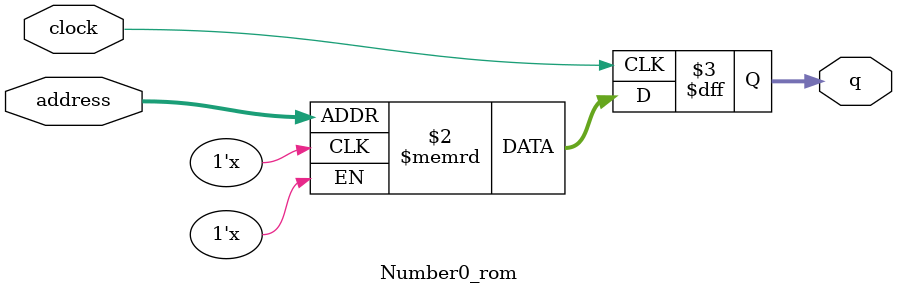
<source format=sv>
module Number0_rom (
	input logic clock,
	input logic [11:0] address,
	output logic [1:0] q
);

logic [1:0] memory [0:2499] /* synthesis ram_init_file = "./Number0/Number0.COE" */;

always_ff @ (posedge clock) begin
	q <= memory[address];
end

endmodule

</source>
